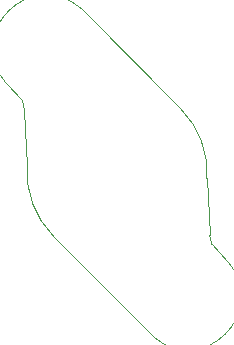
<source format=gbr>
%TF.GenerationSoftware,KiCad,Pcbnew,7.0.1*%
%TF.CreationDate,2024-04-03T18:52:35-06:00*%
%TF.ProjectId,HOTAS_Hat Switch Breakout,484f5441-535f-4486-9174-205377697463,rev?*%
%TF.SameCoordinates,Original*%
%TF.FileFunction,Profile,NP*%
%FSLAX46Y46*%
G04 Gerber Fmt 4.6, Leading zero omitted, Abs format (unit mm)*
G04 Created by KiCad (PCBNEW 7.0.1) date 2024-04-03 18:52:35*
%MOMM*%
%LPD*%
G01*
G04 APERTURE LIST*
%TA.AperFunction,Profile*%
%ADD10C,0.050000*%
%TD*%
G04 APERTURE END LIST*
D10*
X-5388154Y-5388154D02*
X3050000Y-13890000D01*
X8006622Y-6089938D02*
X9411978Y-7575448D01*
X7603359Y-503323D02*
X7843157Y-5309067D01*
X3050001Y-13889999D02*
G75*
G03*
X9411977Y-7575449I2950000J3389998D01*
G01*
X5388154Y5388154D02*
X-3050000Y13890000D01*
X-3050000Y13890000D02*
G75*
G03*
X-9411978Y7575448I-2949999J-3390001D01*
G01*
X-7843171Y5309067D02*
G75*
G03*
X-8006623Y6089938I-1946828J32D01*
G01*
X-7603359Y503323D02*
X-7843157Y5309067D01*
X-7603358Y503323D02*
G75*
G03*
X-5388154Y-5388154I7603359J-503324D01*
G01*
X-8006622Y6089938D02*
X-9411978Y7575448D01*
X7603360Y-503323D02*
G75*
G03*
X5388154Y5388154I-7603359J503322D01*
G01*
X7843171Y-5309067D02*
G75*
G03*
X8006622Y-6089938I1946830J-34D01*
G01*
M02*

</source>
